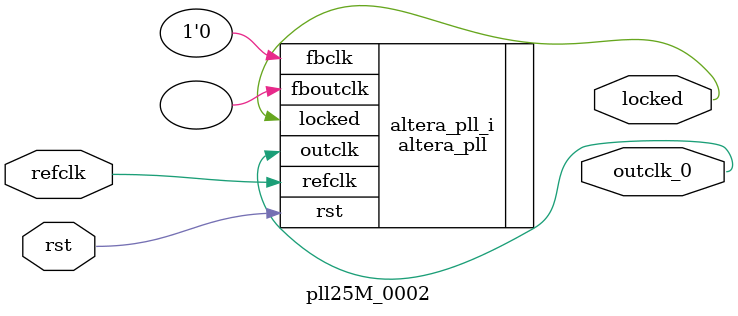
<source format=v>
`timescale 1ns/10ps
module  pll25M_0002(

	// interface 'refclk'
	input wire refclk,

	// interface 'reset'
	input wire rst,

	// interface 'outclk0'
	output wire outclk_0,

	// interface 'locked'
	output wire locked
);

	altera_pll #(
		.fractional_vco_multiplier("false"),
		.reference_clock_frequency("50.0 MHz"),
		.operation_mode("direct"),
		.number_of_clocks(1),
		.output_clock_frequency0("25.000000 MHz"),
		.phase_shift0("0 ps"),
		.duty_cycle0(50),
		.output_clock_frequency1("0 MHz"),
		.phase_shift1("0 ps"),
		.duty_cycle1(50),
		.output_clock_frequency2("0 MHz"),
		.phase_shift2("0 ps"),
		.duty_cycle2(50),
		.output_clock_frequency3("0 MHz"),
		.phase_shift3("0 ps"),
		.duty_cycle3(50),
		.output_clock_frequency4("0 MHz"),
		.phase_shift4("0 ps"),
		.duty_cycle4(50),
		.output_clock_frequency5("0 MHz"),
		.phase_shift5("0 ps"),
		.duty_cycle5(50),
		.output_clock_frequency6("0 MHz"),
		.phase_shift6("0 ps"),
		.duty_cycle6(50),
		.output_clock_frequency7("0 MHz"),
		.phase_shift7("0 ps"),
		.duty_cycle7(50),
		.output_clock_frequency8("0 MHz"),
		.phase_shift8("0 ps"),
		.duty_cycle8(50),
		.output_clock_frequency9("0 MHz"),
		.phase_shift9("0 ps"),
		.duty_cycle9(50),
		.output_clock_frequency10("0 MHz"),
		.phase_shift10("0 ps"),
		.duty_cycle10(50),
		.output_clock_frequency11("0 MHz"),
		.phase_shift11("0 ps"),
		.duty_cycle11(50),
		.output_clock_frequency12("0 MHz"),
		.phase_shift12("0 ps"),
		.duty_cycle12(50),
		.output_clock_frequency13("0 MHz"),
		.phase_shift13("0 ps"),
		.duty_cycle13(50),
		.output_clock_frequency14("0 MHz"),
		.phase_shift14("0 ps"),
		.duty_cycle14(50),
		.output_clock_frequency15("0 MHz"),
		.phase_shift15("0 ps"),
		.duty_cycle15(50),
		.output_clock_frequency16("0 MHz"),
		.phase_shift16("0 ps"),
		.duty_cycle16(50),
		.output_clock_frequency17("0 MHz"),
		.phase_shift17("0 ps"),
		.duty_cycle17(50),
		.pll_type("General"),
		.pll_subtype("General")
	) altera_pll_i (
		.rst	(rst),
		.outclk	({outclk_0}),
		.locked	(locked),
		.fboutclk	( ),
		.fbclk	(1'b0),
		.refclk	(refclk)
	);
endmodule


</source>
